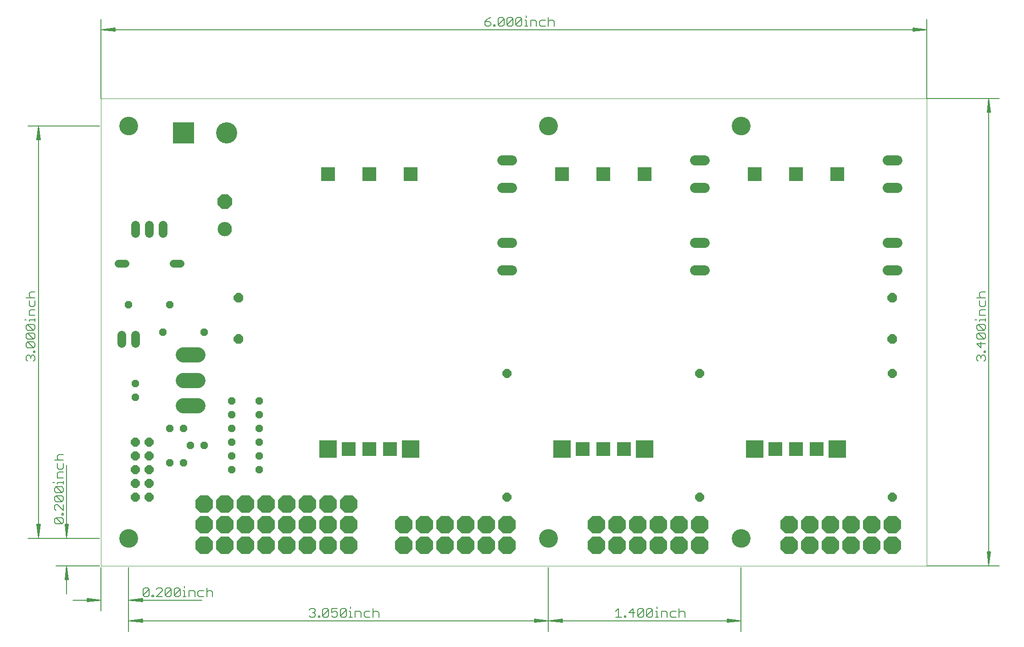
<source format=gts>
G75*
%MOIN*%
%OFA0B0*%
%FSLAX25Y25*%
%IPPOS*%
%LPD*%
%AMOC8*
5,1,8,0,0,1.08239X$1,22.5*
%
%ADD10C,0.00000*%
%ADD11C,0.00512*%
%ADD12C,0.00600*%
%ADD13C,0.10400*%
%ADD14OC8,0.10400*%
%ADD15C,0.07450*%
%ADD16C,0.13400*%
%ADD17OC8,0.05600*%
%ADD18C,0.11050*%
%ADD19C,0.06400*%
%ADD20C,0.05600*%
%ADD21R,0.09849X0.09849*%
%ADD22R,0.13061X0.13061*%
%ADD23OC8,0.07000*%
%ADD24OC8,0.06400*%
%ADD25OC8,0.12900*%
%ADD26R,0.15400X0.15400*%
%ADD27C,0.15400*%
D10*
X0240000Y0265000D02*
X0240000Y0605000D01*
X0840000Y0605000D01*
X0840000Y0265000D01*
X0240000Y0265000D01*
X0253500Y0285000D02*
X0253502Y0285161D01*
X0253508Y0285321D01*
X0253518Y0285482D01*
X0253532Y0285642D01*
X0253550Y0285802D01*
X0253571Y0285961D01*
X0253597Y0286120D01*
X0253627Y0286278D01*
X0253660Y0286435D01*
X0253698Y0286592D01*
X0253739Y0286747D01*
X0253784Y0286901D01*
X0253833Y0287054D01*
X0253886Y0287206D01*
X0253942Y0287357D01*
X0254003Y0287506D01*
X0254066Y0287654D01*
X0254134Y0287800D01*
X0254205Y0287944D01*
X0254279Y0288086D01*
X0254357Y0288227D01*
X0254439Y0288365D01*
X0254524Y0288502D01*
X0254612Y0288636D01*
X0254704Y0288768D01*
X0254799Y0288898D01*
X0254897Y0289026D01*
X0254998Y0289151D01*
X0255102Y0289273D01*
X0255209Y0289393D01*
X0255319Y0289510D01*
X0255432Y0289625D01*
X0255548Y0289736D01*
X0255667Y0289845D01*
X0255788Y0289950D01*
X0255912Y0290053D01*
X0256038Y0290153D01*
X0256166Y0290249D01*
X0256297Y0290342D01*
X0256431Y0290432D01*
X0256566Y0290519D01*
X0256704Y0290602D01*
X0256843Y0290682D01*
X0256985Y0290758D01*
X0257128Y0290831D01*
X0257273Y0290900D01*
X0257420Y0290966D01*
X0257568Y0291028D01*
X0257718Y0291086D01*
X0257869Y0291141D01*
X0258022Y0291192D01*
X0258176Y0291239D01*
X0258331Y0291282D01*
X0258487Y0291321D01*
X0258643Y0291357D01*
X0258801Y0291388D01*
X0258959Y0291416D01*
X0259118Y0291440D01*
X0259278Y0291460D01*
X0259438Y0291476D01*
X0259598Y0291488D01*
X0259759Y0291496D01*
X0259920Y0291500D01*
X0260080Y0291500D01*
X0260241Y0291496D01*
X0260402Y0291488D01*
X0260562Y0291476D01*
X0260722Y0291460D01*
X0260882Y0291440D01*
X0261041Y0291416D01*
X0261199Y0291388D01*
X0261357Y0291357D01*
X0261513Y0291321D01*
X0261669Y0291282D01*
X0261824Y0291239D01*
X0261978Y0291192D01*
X0262131Y0291141D01*
X0262282Y0291086D01*
X0262432Y0291028D01*
X0262580Y0290966D01*
X0262727Y0290900D01*
X0262872Y0290831D01*
X0263015Y0290758D01*
X0263157Y0290682D01*
X0263296Y0290602D01*
X0263434Y0290519D01*
X0263569Y0290432D01*
X0263703Y0290342D01*
X0263834Y0290249D01*
X0263962Y0290153D01*
X0264088Y0290053D01*
X0264212Y0289950D01*
X0264333Y0289845D01*
X0264452Y0289736D01*
X0264568Y0289625D01*
X0264681Y0289510D01*
X0264791Y0289393D01*
X0264898Y0289273D01*
X0265002Y0289151D01*
X0265103Y0289026D01*
X0265201Y0288898D01*
X0265296Y0288768D01*
X0265388Y0288636D01*
X0265476Y0288502D01*
X0265561Y0288365D01*
X0265643Y0288227D01*
X0265721Y0288086D01*
X0265795Y0287944D01*
X0265866Y0287800D01*
X0265934Y0287654D01*
X0265997Y0287506D01*
X0266058Y0287357D01*
X0266114Y0287206D01*
X0266167Y0287054D01*
X0266216Y0286901D01*
X0266261Y0286747D01*
X0266302Y0286592D01*
X0266340Y0286435D01*
X0266373Y0286278D01*
X0266403Y0286120D01*
X0266429Y0285961D01*
X0266450Y0285802D01*
X0266468Y0285642D01*
X0266482Y0285482D01*
X0266492Y0285321D01*
X0266498Y0285161D01*
X0266500Y0285000D01*
X0266498Y0284839D01*
X0266492Y0284679D01*
X0266482Y0284518D01*
X0266468Y0284358D01*
X0266450Y0284198D01*
X0266429Y0284039D01*
X0266403Y0283880D01*
X0266373Y0283722D01*
X0266340Y0283565D01*
X0266302Y0283408D01*
X0266261Y0283253D01*
X0266216Y0283099D01*
X0266167Y0282946D01*
X0266114Y0282794D01*
X0266058Y0282643D01*
X0265997Y0282494D01*
X0265934Y0282346D01*
X0265866Y0282200D01*
X0265795Y0282056D01*
X0265721Y0281914D01*
X0265643Y0281773D01*
X0265561Y0281635D01*
X0265476Y0281498D01*
X0265388Y0281364D01*
X0265296Y0281232D01*
X0265201Y0281102D01*
X0265103Y0280974D01*
X0265002Y0280849D01*
X0264898Y0280727D01*
X0264791Y0280607D01*
X0264681Y0280490D01*
X0264568Y0280375D01*
X0264452Y0280264D01*
X0264333Y0280155D01*
X0264212Y0280050D01*
X0264088Y0279947D01*
X0263962Y0279847D01*
X0263834Y0279751D01*
X0263703Y0279658D01*
X0263569Y0279568D01*
X0263434Y0279481D01*
X0263296Y0279398D01*
X0263157Y0279318D01*
X0263015Y0279242D01*
X0262872Y0279169D01*
X0262727Y0279100D01*
X0262580Y0279034D01*
X0262432Y0278972D01*
X0262282Y0278914D01*
X0262131Y0278859D01*
X0261978Y0278808D01*
X0261824Y0278761D01*
X0261669Y0278718D01*
X0261513Y0278679D01*
X0261357Y0278643D01*
X0261199Y0278612D01*
X0261041Y0278584D01*
X0260882Y0278560D01*
X0260722Y0278540D01*
X0260562Y0278524D01*
X0260402Y0278512D01*
X0260241Y0278504D01*
X0260080Y0278500D01*
X0259920Y0278500D01*
X0259759Y0278504D01*
X0259598Y0278512D01*
X0259438Y0278524D01*
X0259278Y0278540D01*
X0259118Y0278560D01*
X0258959Y0278584D01*
X0258801Y0278612D01*
X0258643Y0278643D01*
X0258487Y0278679D01*
X0258331Y0278718D01*
X0258176Y0278761D01*
X0258022Y0278808D01*
X0257869Y0278859D01*
X0257718Y0278914D01*
X0257568Y0278972D01*
X0257420Y0279034D01*
X0257273Y0279100D01*
X0257128Y0279169D01*
X0256985Y0279242D01*
X0256843Y0279318D01*
X0256704Y0279398D01*
X0256566Y0279481D01*
X0256431Y0279568D01*
X0256297Y0279658D01*
X0256166Y0279751D01*
X0256038Y0279847D01*
X0255912Y0279947D01*
X0255788Y0280050D01*
X0255667Y0280155D01*
X0255548Y0280264D01*
X0255432Y0280375D01*
X0255319Y0280490D01*
X0255209Y0280607D01*
X0255102Y0280727D01*
X0254998Y0280849D01*
X0254897Y0280974D01*
X0254799Y0281102D01*
X0254704Y0281232D01*
X0254612Y0281364D01*
X0254524Y0281498D01*
X0254439Y0281635D01*
X0254357Y0281773D01*
X0254279Y0281914D01*
X0254205Y0282056D01*
X0254134Y0282200D01*
X0254066Y0282346D01*
X0254003Y0282494D01*
X0253942Y0282643D01*
X0253886Y0282794D01*
X0253833Y0282946D01*
X0253784Y0283099D01*
X0253739Y0283253D01*
X0253698Y0283408D01*
X0253660Y0283565D01*
X0253627Y0283722D01*
X0253597Y0283880D01*
X0253571Y0284039D01*
X0253550Y0284198D01*
X0253532Y0284358D01*
X0253518Y0284518D01*
X0253508Y0284679D01*
X0253502Y0284839D01*
X0253500Y0285000D01*
X0558500Y0285000D02*
X0558502Y0285161D01*
X0558508Y0285321D01*
X0558518Y0285482D01*
X0558532Y0285642D01*
X0558550Y0285802D01*
X0558571Y0285961D01*
X0558597Y0286120D01*
X0558627Y0286278D01*
X0558660Y0286435D01*
X0558698Y0286592D01*
X0558739Y0286747D01*
X0558784Y0286901D01*
X0558833Y0287054D01*
X0558886Y0287206D01*
X0558942Y0287357D01*
X0559003Y0287506D01*
X0559066Y0287654D01*
X0559134Y0287800D01*
X0559205Y0287944D01*
X0559279Y0288086D01*
X0559357Y0288227D01*
X0559439Y0288365D01*
X0559524Y0288502D01*
X0559612Y0288636D01*
X0559704Y0288768D01*
X0559799Y0288898D01*
X0559897Y0289026D01*
X0559998Y0289151D01*
X0560102Y0289273D01*
X0560209Y0289393D01*
X0560319Y0289510D01*
X0560432Y0289625D01*
X0560548Y0289736D01*
X0560667Y0289845D01*
X0560788Y0289950D01*
X0560912Y0290053D01*
X0561038Y0290153D01*
X0561166Y0290249D01*
X0561297Y0290342D01*
X0561431Y0290432D01*
X0561566Y0290519D01*
X0561704Y0290602D01*
X0561843Y0290682D01*
X0561985Y0290758D01*
X0562128Y0290831D01*
X0562273Y0290900D01*
X0562420Y0290966D01*
X0562568Y0291028D01*
X0562718Y0291086D01*
X0562869Y0291141D01*
X0563022Y0291192D01*
X0563176Y0291239D01*
X0563331Y0291282D01*
X0563487Y0291321D01*
X0563643Y0291357D01*
X0563801Y0291388D01*
X0563959Y0291416D01*
X0564118Y0291440D01*
X0564278Y0291460D01*
X0564438Y0291476D01*
X0564598Y0291488D01*
X0564759Y0291496D01*
X0564920Y0291500D01*
X0565080Y0291500D01*
X0565241Y0291496D01*
X0565402Y0291488D01*
X0565562Y0291476D01*
X0565722Y0291460D01*
X0565882Y0291440D01*
X0566041Y0291416D01*
X0566199Y0291388D01*
X0566357Y0291357D01*
X0566513Y0291321D01*
X0566669Y0291282D01*
X0566824Y0291239D01*
X0566978Y0291192D01*
X0567131Y0291141D01*
X0567282Y0291086D01*
X0567432Y0291028D01*
X0567580Y0290966D01*
X0567727Y0290900D01*
X0567872Y0290831D01*
X0568015Y0290758D01*
X0568157Y0290682D01*
X0568296Y0290602D01*
X0568434Y0290519D01*
X0568569Y0290432D01*
X0568703Y0290342D01*
X0568834Y0290249D01*
X0568962Y0290153D01*
X0569088Y0290053D01*
X0569212Y0289950D01*
X0569333Y0289845D01*
X0569452Y0289736D01*
X0569568Y0289625D01*
X0569681Y0289510D01*
X0569791Y0289393D01*
X0569898Y0289273D01*
X0570002Y0289151D01*
X0570103Y0289026D01*
X0570201Y0288898D01*
X0570296Y0288768D01*
X0570388Y0288636D01*
X0570476Y0288502D01*
X0570561Y0288365D01*
X0570643Y0288227D01*
X0570721Y0288086D01*
X0570795Y0287944D01*
X0570866Y0287800D01*
X0570934Y0287654D01*
X0570997Y0287506D01*
X0571058Y0287357D01*
X0571114Y0287206D01*
X0571167Y0287054D01*
X0571216Y0286901D01*
X0571261Y0286747D01*
X0571302Y0286592D01*
X0571340Y0286435D01*
X0571373Y0286278D01*
X0571403Y0286120D01*
X0571429Y0285961D01*
X0571450Y0285802D01*
X0571468Y0285642D01*
X0571482Y0285482D01*
X0571492Y0285321D01*
X0571498Y0285161D01*
X0571500Y0285000D01*
X0571498Y0284839D01*
X0571492Y0284679D01*
X0571482Y0284518D01*
X0571468Y0284358D01*
X0571450Y0284198D01*
X0571429Y0284039D01*
X0571403Y0283880D01*
X0571373Y0283722D01*
X0571340Y0283565D01*
X0571302Y0283408D01*
X0571261Y0283253D01*
X0571216Y0283099D01*
X0571167Y0282946D01*
X0571114Y0282794D01*
X0571058Y0282643D01*
X0570997Y0282494D01*
X0570934Y0282346D01*
X0570866Y0282200D01*
X0570795Y0282056D01*
X0570721Y0281914D01*
X0570643Y0281773D01*
X0570561Y0281635D01*
X0570476Y0281498D01*
X0570388Y0281364D01*
X0570296Y0281232D01*
X0570201Y0281102D01*
X0570103Y0280974D01*
X0570002Y0280849D01*
X0569898Y0280727D01*
X0569791Y0280607D01*
X0569681Y0280490D01*
X0569568Y0280375D01*
X0569452Y0280264D01*
X0569333Y0280155D01*
X0569212Y0280050D01*
X0569088Y0279947D01*
X0568962Y0279847D01*
X0568834Y0279751D01*
X0568703Y0279658D01*
X0568569Y0279568D01*
X0568434Y0279481D01*
X0568296Y0279398D01*
X0568157Y0279318D01*
X0568015Y0279242D01*
X0567872Y0279169D01*
X0567727Y0279100D01*
X0567580Y0279034D01*
X0567432Y0278972D01*
X0567282Y0278914D01*
X0567131Y0278859D01*
X0566978Y0278808D01*
X0566824Y0278761D01*
X0566669Y0278718D01*
X0566513Y0278679D01*
X0566357Y0278643D01*
X0566199Y0278612D01*
X0566041Y0278584D01*
X0565882Y0278560D01*
X0565722Y0278540D01*
X0565562Y0278524D01*
X0565402Y0278512D01*
X0565241Y0278504D01*
X0565080Y0278500D01*
X0564920Y0278500D01*
X0564759Y0278504D01*
X0564598Y0278512D01*
X0564438Y0278524D01*
X0564278Y0278540D01*
X0564118Y0278560D01*
X0563959Y0278584D01*
X0563801Y0278612D01*
X0563643Y0278643D01*
X0563487Y0278679D01*
X0563331Y0278718D01*
X0563176Y0278761D01*
X0563022Y0278808D01*
X0562869Y0278859D01*
X0562718Y0278914D01*
X0562568Y0278972D01*
X0562420Y0279034D01*
X0562273Y0279100D01*
X0562128Y0279169D01*
X0561985Y0279242D01*
X0561843Y0279318D01*
X0561704Y0279398D01*
X0561566Y0279481D01*
X0561431Y0279568D01*
X0561297Y0279658D01*
X0561166Y0279751D01*
X0561038Y0279847D01*
X0560912Y0279947D01*
X0560788Y0280050D01*
X0560667Y0280155D01*
X0560548Y0280264D01*
X0560432Y0280375D01*
X0560319Y0280490D01*
X0560209Y0280607D01*
X0560102Y0280727D01*
X0559998Y0280849D01*
X0559897Y0280974D01*
X0559799Y0281102D01*
X0559704Y0281232D01*
X0559612Y0281364D01*
X0559524Y0281498D01*
X0559439Y0281635D01*
X0559357Y0281773D01*
X0559279Y0281914D01*
X0559205Y0282056D01*
X0559134Y0282200D01*
X0559066Y0282346D01*
X0559003Y0282494D01*
X0558942Y0282643D01*
X0558886Y0282794D01*
X0558833Y0282946D01*
X0558784Y0283099D01*
X0558739Y0283253D01*
X0558698Y0283408D01*
X0558660Y0283565D01*
X0558627Y0283722D01*
X0558597Y0283880D01*
X0558571Y0284039D01*
X0558550Y0284198D01*
X0558532Y0284358D01*
X0558518Y0284518D01*
X0558508Y0284679D01*
X0558502Y0284839D01*
X0558500Y0285000D01*
X0698500Y0285000D02*
X0698502Y0285161D01*
X0698508Y0285321D01*
X0698518Y0285482D01*
X0698532Y0285642D01*
X0698550Y0285802D01*
X0698571Y0285961D01*
X0698597Y0286120D01*
X0698627Y0286278D01*
X0698660Y0286435D01*
X0698698Y0286592D01*
X0698739Y0286747D01*
X0698784Y0286901D01*
X0698833Y0287054D01*
X0698886Y0287206D01*
X0698942Y0287357D01*
X0699003Y0287506D01*
X0699066Y0287654D01*
X0699134Y0287800D01*
X0699205Y0287944D01*
X0699279Y0288086D01*
X0699357Y0288227D01*
X0699439Y0288365D01*
X0699524Y0288502D01*
X0699612Y0288636D01*
X0699704Y0288768D01*
X0699799Y0288898D01*
X0699897Y0289026D01*
X0699998Y0289151D01*
X0700102Y0289273D01*
X0700209Y0289393D01*
X0700319Y0289510D01*
X0700432Y0289625D01*
X0700548Y0289736D01*
X0700667Y0289845D01*
X0700788Y0289950D01*
X0700912Y0290053D01*
X0701038Y0290153D01*
X0701166Y0290249D01*
X0701297Y0290342D01*
X0701431Y0290432D01*
X0701566Y0290519D01*
X0701704Y0290602D01*
X0701843Y0290682D01*
X0701985Y0290758D01*
X0702128Y0290831D01*
X0702273Y0290900D01*
X0702420Y0290966D01*
X0702568Y0291028D01*
X0702718Y0291086D01*
X0702869Y0291141D01*
X0703022Y0291192D01*
X0703176Y0291239D01*
X0703331Y0291282D01*
X0703487Y0291321D01*
X0703643Y0291357D01*
X0703801Y0291388D01*
X0703959Y0291416D01*
X0704118Y0291440D01*
X0704278Y0291460D01*
X0704438Y0291476D01*
X0704598Y0291488D01*
X0704759Y0291496D01*
X0704920Y0291500D01*
X0705080Y0291500D01*
X0705241Y0291496D01*
X0705402Y0291488D01*
X0705562Y0291476D01*
X0705722Y0291460D01*
X0705882Y0291440D01*
X0706041Y0291416D01*
X0706199Y0291388D01*
X0706357Y0291357D01*
X0706513Y0291321D01*
X0706669Y0291282D01*
X0706824Y0291239D01*
X0706978Y0291192D01*
X0707131Y0291141D01*
X0707282Y0291086D01*
X0707432Y0291028D01*
X0707580Y0290966D01*
X0707727Y0290900D01*
X0707872Y0290831D01*
X0708015Y0290758D01*
X0708157Y0290682D01*
X0708296Y0290602D01*
X0708434Y0290519D01*
X0708569Y0290432D01*
X0708703Y0290342D01*
X0708834Y0290249D01*
X0708962Y0290153D01*
X0709088Y0290053D01*
X0709212Y0289950D01*
X0709333Y0289845D01*
X0709452Y0289736D01*
X0709568Y0289625D01*
X0709681Y0289510D01*
X0709791Y0289393D01*
X0709898Y0289273D01*
X0710002Y0289151D01*
X0710103Y0289026D01*
X0710201Y0288898D01*
X0710296Y0288768D01*
X0710388Y0288636D01*
X0710476Y0288502D01*
X0710561Y0288365D01*
X0710643Y0288227D01*
X0710721Y0288086D01*
X0710795Y0287944D01*
X0710866Y0287800D01*
X0710934Y0287654D01*
X0710997Y0287506D01*
X0711058Y0287357D01*
X0711114Y0287206D01*
X0711167Y0287054D01*
X0711216Y0286901D01*
X0711261Y0286747D01*
X0711302Y0286592D01*
X0711340Y0286435D01*
X0711373Y0286278D01*
X0711403Y0286120D01*
X0711429Y0285961D01*
X0711450Y0285802D01*
X0711468Y0285642D01*
X0711482Y0285482D01*
X0711492Y0285321D01*
X0711498Y0285161D01*
X0711500Y0285000D01*
X0711498Y0284839D01*
X0711492Y0284679D01*
X0711482Y0284518D01*
X0711468Y0284358D01*
X0711450Y0284198D01*
X0711429Y0284039D01*
X0711403Y0283880D01*
X0711373Y0283722D01*
X0711340Y0283565D01*
X0711302Y0283408D01*
X0711261Y0283253D01*
X0711216Y0283099D01*
X0711167Y0282946D01*
X0711114Y0282794D01*
X0711058Y0282643D01*
X0710997Y0282494D01*
X0710934Y0282346D01*
X0710866Y0282200D01*
X0710795Y0282056D01*
X0710721Y0281914D01*
X0710643Y0281773D01*
X0710561Y0281635D01*
X0710476Y0281498D01*
X0710388Y0281364D01*
X0710296Y0281232D01*
X0710201Y0281102D01*
X0710103Y0280974D01*
X0710002Y0280849D01*
X0709898Y0280727D01*
X0709791Y0280607D01*
X0709681Y0280490D01*
X0709568Y0280375D01*
X0709452Y0280264D01*
X0709333Y0280155D01*
X0709212Y0280050D01*
X0709088Y0279947D01*
X0708962Y0279847D01*
X0708834Y0279751D01*
X0708703Y0279658D01*
X0708569Y0279568D01*
X0708434Y0279481D01*
X0708296Y0279398D01*
X0708157Y0279318D01*
X0708015Y0279242D01*
X0707872Y0279169D01*
X0707727Y0279100D01*
X0707580Y0279034D01*
X0707432Y0278972D01*
X0707282Y0278914D01*
X0707131Y0278859D01*
X0706978Y0278808D01*
X0706824Y0278761D01*
X0706669Y0278718D01*
X0706513Y0278679D01*
X0706357Y0278643D01*
X0706199Y0278612D01*
X0706041Y0278584D01*
X0705882Y0278560D01*
X0705722Y0278540D01*
X0705562Y0278524D01*
X0705402Y0278512D01*
X0705241Y0278504D01*
X0705080Y0278500D01*
X0704920Y0278500D01*
X0704759Y0278504D01*
X0704598Y0278512D01*
X0704438Y0278524D01*
X0704278Y0278540D01*
X0704118Y0278560D01*
X0703959Y0278584D01*
X0703801Y0278612D01*
X0703643Y0278643D01*
X0703487Y0278679D01*
X0703331Y0278718D01*
X0703176Y0278761D01*
X0703022Y0278808D01*
X0702869Y0278859D01*
X0702718Y0278914D01*
X0702568Y0278972D01*
X0702420Y0279034D01*
X0702273Y0279100D01*
X0702128Y0279169D01*
X0701985Y0279242D01*
X0701843Y0279318D01*
X0701704Y0279398D01*
X0701566Y0279481D01*
X0701431Y0279568D01*
X0701297Y0279658D01*
X0701166Y0279751D01*
X0701038Y0279847D01*
X0700912Y0279947D01*
X0700788Y0280050D01*
X0700667Y0280155D01*
X0700548Y0280264D01*
X0700432Y0280375D01*
X0700319Y0280490D01*
X0700209Y0280607D01*
X0700102Y0280727D01*
X0699998Y0280849D01*
X0699897Y0280974D01*
X0699799Y0281102D01*
X0699704Y0281232D01*
X0699612Y0281364D01*
X0699524Y0281498D01*
X0699439Y0281635D01*
X0699357Y0281773D01*
X0699279Y0281914D01*
X0699205Y0282056D01*
X0699134Y0282200D01*
X0699066Y0282346D01*
X0699003Y0282494D01*
X0698942Y0282643D01*
X0698886Y0282794D01*
X0698833Y0282946D01*
X0698784Y0283099D01*
X0698739Y0283253D01*
X0698698Y0283408D01*
X0698660Y0283565D01*
X0698627Y0283722D01*
X0698597Y0283880D01*
X0698571Y0284039D01*
X0698550Y0284198D01*
X0698532Y0284358D01*
X0698518Y0284518D01*
X0698508Y0284679D01*
X0698502Y0284839D01*
X0698500Y0285000D01*
X0698500Y0585000D02*
X0698502Y0585161D01*
X0698508Y0585321D01*
X0698518Y0585482D01*
X0698532Y0585642D01*
X0698550Y0585802D01*
X0698571Y0585961D01*
X0698597Y0586120D01*
X0698627Y0586278D01*
X0698660Y0586435D01*
X0698698Y0586592D01*
X0698739Y0586747D01*
X0698784Y0586901D01*
X0698833Y0587054D01*
X0698886Y0587206D01*
X0698942Y0587357D01*
X0699003Y0587506D01*
X0699066Y0587654D01*
X0699134Y0587800D01*
X0699205Y0587944D01*
X0699279Y0588086D01*
X0699357Y0588227D01*
X0699439Y0588365D01*
X0699524Y0588502D01*
X0699612Y0588636D01*
X0699704Y0588768D01*
X0699799Y0588898D01*
X0699897Y0589026D01*
X0699998Y0589151D01*
X0700102Y0589273D01*
X0700209Y0589393D01*
X0700319Y0589510D01*
X0700432Y0589625D01*
X0700548Y0589736D01*
X0700667Y0589845D01*
X0700788Y0589950D01*
X0700912Y0590053D01*
X0701038Y0590153D01*
X0701166Y0590249D01*
X0701297Y0590342D01*
X0701431Y0590432D01*
X0701566Y0590519D01*
X0701704Y0590602D01*
X0701843Y0590682D01*
X0701985Y0590758D01*
X0702128Y0590831D01*
X0702273Y0590900D01*
X0702420Y0590966D01*
X0702568Y0591028D01*
X0702718Y0591086D01*
X0702869Y0591141D01*
X0703022Y0591192D01*
X0703176Y0591239D01*
X0703331Y0591282D01*
X0703487Y0591321D01*
X0703643Y0591357D01*
X0703801Y0591388D01*
X0703959Y0591416D01*
X0704118Y0591440D01*
X0704278Y0591460D01*
X0704438Y0591476D01*
X0704598Y0591488D01*
X0704759Y0591496D01*
X0704920Y0591500D01*
X0705080Y0591500D01*
X0705241Y0591496D01*
X0705402Y0591488D01*
X0705562Y0591476D01*
X0705722Y0591460D01*
X0705882Y0591440D01*
X0706041Y0591416D01*
X0706199Y0591388D01*
X0706357Y0591357D01*
X0706513Y0591321D01*
X0706669Y0591282D01*
X0706824Y0591239D01*
X0706978Y0591192D01*
X0707131Y0591141D01*
X0707282Y0591086D01*
X0707432Y0591028D01*
X0707580Y0590966D01*
X0707727Y0590900D01*
X0707872Y0590831D01*
X0708015Y0590758D01*
X0708157Y0590682D01*
X0708296Y0590602D01*
X0708434Y0590519D01*
X0708569Y0590432D01*
X0708703Y0590342D01*
X0708834Y0590249D01*
X0708962Y0590153D01*
X0709088Y0590053D01*
X0709212Y0589950D01*
X0709333Y0589845D01*
X0709452Y0589736D01*
X0709568Y0589625D01*
X0709681Y0589510D01*
X0709791Y0589393D01*
X0709898Y0589273D01*
X0710002Y0589151D01*
X0710103Y0589026D01*
X0710201Y0588898D01*
X0710296Y0588768D01*
X0710388Y0588636D01*
X0710476Y0588502D01*
X0710561Y0588365D01*
X0710643Y0588227D01*
X0710721Y0588086D01*
X0710795Y0587944D01*
X0710866Y0587800D01*
X0710934Y0587654D01*
X0710997Y0587506D01*
X0711058Y0587357D01*
X0711114Y0587206D01*
X0711167Y0587054D01*
X0711216Y0586901D01*
X0711261Y0586747D01*
X0711302Y0586592D01*
X0711340Y0586435D01*
X0711373Y0586278D01*
X0711403Y0586120D01*
X0711429Y0585961D01*
X0711450Y0585802D01*
X0711468Y0585642D01*
X0711482Y0585482D01*
X0711492Y0585321D01*
X0711498Y0585161D01*
X0711500Y0585000D01*
X0711498Y0584839D01*
X0711492Y0584679D01*
X0711482Y0584518D01*
X0711468Y0584358D01*
X0711450Y0584198D01*
X0711429Y0584039D01*
X0711403Y0583880D01*
X0711373Y0583722D01*
X0711340Y0583565D01*
X0711302Y0583408D01*
X0711261Y0583253D01*
X0711216Y0583099D01*
X0711167Y0582946D01*
X0711114Y0582794D01*
X0711058Y0582643D01*
X0710997Y0582494D01*
X0710934Y0582346D01*
X0710866Y0582200D01*
X0710795Y0582056D01*
X0710721Y0581914D01*
X0710643Y0581773D01*
X0710561Y0581635D01*
X0710476Y0581498D01*
X0710388Y0581364D01*
X0710296Y0581232D01*
X0710201Y0581102D01*
X0710103Y0580974D01*
X0710002Y0580849D01*
X0709898Y0580727D01*
X0709791Y0580607D01*
X0709681Y0580490D01*
X0709568Y0580375D01*
X0709452Y0580264D01*
X0709333Y0580155D01*
X0709212Y0580050D01*
X0709088Y0579947D01*
X0708962Y0579847D01*
X0708834Y0579751D01*
X0708703Y0579658D01*
X0708569Y0579568D01*
X0708434Y0579481D01*
X0708296Y0579398D01*
X0708157Y0579318D01*
X0708015Y0579242D01*
X0707872Y0579169D01*
X0707727Y0579100D01*
X0707580Y0579034D01*
X0707432Y0578972D01*
X0707282Y0578914D01*
X0707131Y0578859D01*
X0706978Y0578808D01*
X0706824Y0578761D01*
X0706669Y0578718D01*
X0706513Y0578679D01*
X0706357Y0578643D01*
X0706199Y0578612D01*
X0706041Y0578584D01*
X0705882Y0578560D01*
X0705722Y0578540D01*
X0705562Y0578524D01*
X0705402Y0578512D01*
X0705241Y0578504D01*
X0705080Y0578500D01*
X0704920Y0578500D01*
X0704759Y0578504D01*
X0704598Y0578512D01*
X0704438Y0578524D01*
X0704278Y0578540D01*
X0704118Y0578560D01*
X0703959Y0578584D01*
X0703801Y0578612D01*
X0703643Y0578643D01*
X0703487Y0578679D01*
X0703331Y0578718D01*
X0703176Y0578761D01*
X0703022Y0578808D01*
X0702869Y0578859D01*
X0702718Y0578914D01*
X0702568Y0578972D01*
X0702420Y0579034D01*
X0702273Y0579100D01*
X0702128Y0579169D01*
X0701985Y0579242D01*
X0701843Y0579318D01*
X0701704Y0579398D01*
X0701566Y0579481D01*
X0701431Y0579568D01*
X0701297Y0579658D01*
X0701166Y0579751D01*
X0701038Y0579847D01*
X0700912Y0579947D01*
X0700788Y0580050D01*
X0700667Y0580155D01*
X0700548Y0580264D01*
X0700432Y0580375D01*
X0700319Y0580490D01*
X0700209Y0580607D01*
X0700102Y0580727D01*
X0699998Y0580849D01*
X0699897Y0580974D01*
X0699799Y0581102D01*
X0699704Y0581232D01*
X0699612Y0581364D01*
X0699524Y0581498D01*
X0699439Y0581635D01*
X0699357Y0581773D01*
X0699279Y0581914D01*
X0699205Y0582056D01*
X0699134Y0582200D01*
X0699066Y0582346D01*
X0699003Y0582494D01*
X0698942Y0582643D01*
X0698886Y0582794D01*
X0698833Y0582946D01*
X0698784Y0583099D01*
X0698739Y0583253D01*
X0698698Y0583408D01*
X0698660Y0583565D01*
X0698627Y0583722D01*
X0698597Y0583880D01*
X0698571Y0584039D01*
X0698550Y0584198D01*
X0698532Y0584358D01*
X0698518Y0584518D01*
X0698508Y0584679D01*
X0698502Y0584839D01*
X0698500Y0585000D01*
X0558500Y0585000D02*
X0558502Y0585161D01*
X0558508Y0585321D01*
X0558518Y0585482D01*
X0558532Y0585642D01*
X0558550Y0585802D01*
X0558571Y0585961D01*
X0558597Y0586120D01*
X0558627Y0586278D01*
X0558660Y0586435D01*
X0558698Y0586592D01*
X0558739Y0586747D01*
X0558784Y0586901D01*
X0558833Y0587054D01*
X0558886Y0587206D01*
X0558942Y0587357D01*
X0559003Y0587506D01*
X0559066Y0587654D01*
X0559134Y0587800D01*
X0559205Y0587944D01*
X0559279Y0588086D01*
X0559357Y0588227D01*
X0559439Y0588365D01*
X0559524Y0588502D01*
X0559612Y0588636D01*
X0559704Y0588768D01*
X0559799Y0588898D01*
X0559897Y0589026D01*
X0559998Y0589151D01*
X0560102Y0589273D01*
X0560209Y0589393D01*
X0560319Y0589510D01*
X0560432Y0589625D01*
X0560548Y0589736D01*
X0560667Y0589845D01*
X0560788Y0589950D01*
X0560912Y0590053D01*
X0561038Y0590153D01*
X0561166Y0590249D01*
X0561297Y0590342D01*
X0561431Y0590432D01*
X0561566Y0590519D01*
X0561704Y0590602D01*
X0561843Y0590682D01*
X0561985Y0590758D01*
X0562128Y0590831D01*
X0562273Y0590900D01*
X0562420Y0590966D01*
X0562568Y0591028D01*
X0562718Y0591086D01*
X0562869Y0591141D01*
X0563022Y0591192D01*
X0563176Y0591239D01*
X0563331Y0591282D01*
X0563487Y0591321D01*
X0563643Y0591357D01*
X0563801Y0591388D01*
X0563959Y0591416D01*
X0564118Y0591440D01*
X0564278Y0591460D01*
X0564438Y0591476D01*
X0564598Y0591488D01*
X0564759Y0591496D01*
X0564920Y0591500D01*
X0565080Y0591500D01*
X0565241Y0591496D01*
X0565402Y0591488D01*
X0565562Y0591476D01*
X0565722Y0591460D01*
X0565882Y0591440D01*
X0566041Y0591416D01*
X0566199Y0591388D01*
X0566357Y0591357D01*
X0566513Y0591321D01*
X0566669Y0591282D01*
X0566824Y0591239D01*
X0566978Y0591192D01*
X0567131Y0591141D01*
X0567282Y0591086D01*
X0567432Y0591028D01*
X0567580Y0590966D01*
X0567727Y0590900D01*
X0567872Y0590831D01*
X0568015Y0590758D01*
X0568157Y0590682D01*
X0568296Y0590602D01*
X0568434Y0590519D01*
X0568569Y0590432D01*
X0568703Y0590342D01*
X0568834Y0590249D01*
X0568962Y0590153D01*
X0569088Y0590053D01*
X0569212Y0589950D01*
X0569333Y0589845D01*
X0569452Y0589736D01*
X0569568Y0589625D01*
X0569681Y0589510D01*
X0569791Y0589393D01*
X0569898Y0589273D01*
X0570002Y0589151D01*
X0570103Y0589026D01*
X0570201Y0588898D01*
X0570296Y0588768D01*
X0570388Y0588636D01*
X0570476Y0588502D01*
X0570561Y0588365D01*
X0570643Y0588227D01*
X0570721Y0588086D01*
X0570795Y0587944D01*
X0570866Y0587800D01*
X0570934Y0587654D01*
X0570997Y0587506D01*
X0571058Y0587357D01*
X0571114Y0587206D01*
X0571167Y0587054D01*
X0571216Y0586901D01*
X0571261Y0586747D01*
X0571302Y0586592D01*
X0571340Y0586435D01*
X0571373Y0586278D01*
X0571403Y0586120D01*
X0571429Y0585961D01*
X0571450Y0585802D01*
X0571468Y0585642D01*
X0571482Y0585482D01*
X0571492Y0585321D01*
X0571498Y0585161D01*
X0571500Y0585000D01*
X0571498Y0584839D01*
X0571492Y0584679D01*
X0571482Y0584518D01*
X0571468Y0584358D01*
X0571450Y0584198D01*
X0571429Y0584039D01*
X0571403Y0583880D01*
X0571373Y0583722D01*
X0571340Y0583565D01*
X0571302Y0583408D01*
X0571261Y0583253D01*
X0571216Y0583099D01*
X0571167Y0582946D01*
X0571114Y0582794D01*
X0571058Y0582643D01*
X0570997Y0582494D01*
X0570934Y0582346D01*
X0570866Y0582200D01*
X0570795Y0582056D01*
X0570721Y0581914D01*
X0570643Y0581773D01*
X0570561Y0581635D01*
X0570476Y0581498D01*
X0570388Y0581364D01*
X0570296Y0581232D01*
X0570201Y0581102D01*
X0570103Y0580974D01*
X0570002Y0580849D01*
X0569898Y0580727D01*
X0569791Y0580607D01*
X0569681Y0580490D01*
X0569568Y0580375D01*
X0569452Y0580264D01*
X0569333Y0580155D01*
X0569212Y0580050D01*
X0569088Y0579947D01*
X0568962Y0579847D01*
X0568834Y0579751D01*
X0568703Y0579658D01*
X0568569Y0579568D01*
X0568434Y0579481D01*
X0568296Y0579398D01*
X0568157Y0579318D01*
X0568015Y0579242D01*
X0567872Y0579169D01*
X0567727Y0579100D01*
X0567580Y0579034D01*
X0567432Y0578972D01*
X0567282Y0578914D01*
X0567131Y0578859D01*
X0566978Y0578808D01*
X0566824Y0578761D01*
X0566669Y0578718D01*
X0566513Y0578679D01*
X0566357Y0578643D01*
X0566199Y0578612D01*
X0566041Y0578584D01*
X0565882Y0578560D01*
X0565722Y0578540D01*
X0565562Y0578524D01*
X0565402Y0578512D01*
X0565241Y0578504D01*
X0565080Y0578500D01*
X0564920Y0578500D01*
X0564759Y0578504D01*
X0564598Y0578512D01*
X0564438Y0578524D01*
X0564278Y0578540D01*
X0564118Y0578560D01*
X0563959Y0578584D01*
X0563801Y0578612D01*
X0563643Y0578643D01*
X0563487Y0578679D01*
X0563331Y0578718D01*
X0563176Y0578761D01*
X0563022Y0578808D01*
X0562869Y0578859D01*
X0562718Y0578914D01*
X0562568Y0578972D01*
X0562420Y0579034D01*
X0562273Y0579100D01*
X0562128Y0579169D01*
X0561985Y0579242D01*
X0561843Y0579318D01*
X0561704Y0579398D01*
X0561566Y0579481D01*
X0561431Y0579568D01*
X0561297Y0579658D01*
X0561166Y0579751D01*
X0561038Y0579847D01*
X0560912Y0579947D01*
X0560788Y0580050D01*
X0560667Y0580155D01*
X0560548Y0580264D01*
X0560432Y0580375D01*
X0560319Y0580490D01*
X0560209Y0580607D01*
X0560102Y0580727D01*
X0559998Y0580849D01*
X0559897Y0580974D01*
X0559799Y0581102D01*
X0559704Y0581232D01*
X0559612Y0581364D01*
X0559524Y0581498D01*
X0559439Y0581635D01*
X0559357Y0581773D01*
X0559279Y0581914D01*
X0559205Y0582056D01*
X0559134Y0582200D01*
X0559066Y0582346D01*
X0559003Y0582494D01*
X0558942Y0582643D01*
X0558886Y0582794D01*
X0558833Y0582946D01*
X0558784Y0583099D01*
X0558739Y0583253D01*
X0558698Y0583408D01*
X0558660Y0583565D01*
X0558627Y0583722D01*
X0558597Y0583880D01*
X0558571Y0584039D01*
X0558550Y0584198D01*
X0558532Y0584358D01*
X0558518Y0584518D01*
X0558508Y0584679D01*
X0558502Y0584839D01*
X0558500Y0585000D01*
X0253500Y0585000D02*
X0253502Y0585161D01*
X0253508Y0585321D01*
X0253518Y0585482D01*
X0253532Y0585642D01*
X0253550Y0585802D01*
X0253571Y0585961D01*
X0253597Y0586120D01*
X0253627Y0586278D01*
X0253660Y0586435D01*
X0253698Y0586592D01*
X0253739Y0586747D01*
X0253784Y0586901D01*
X0253833Y0587054D01*
X0253886Y0587206D01*
X0253942Y0587357D01*
X0254003Y0587506D01*
X0254066Y0587654D01*
X0254134Y0587800D01*
X0254205Y0587944D01*
X0254279Y0588086D01*
X0254357Y0588227D01*
X0254439Y0588365D01*
X0254524Y0588502D01*
X0254612Y0588636D01*
X0254704Y0588768D01*
X0254799Y0588898D01*
X0254897Y0589026D01*
X0254998Y0589151D01*
X0255102Y0589273D01*
X0255209Y0589393D01*
X0255319Y0589510D01*
X0255432Y0589625D01*
X0255548Y0589736D01*
X0255667Y0589845D01*
X0255788Y0589950D01*
X0255912Y0590053D01*
X0256038Y0590153D01*
X0256166Y0590249D01*
X0256297Y0590342D01*
X0256431Y0590432D01*
X0256566Y0590519D01*
X0256704Y0590602D01*
X0256843Y0590682D01*
X0256985Y0590758D01*
X0257128Y0590831D01*
X0257273Y0590900D01*
X0257420Y0590966D01*
X0257568Y0591028D01*
X0257718Y0591086D01*
X0257869Y0591141D01*
X0258022Y0591192D01*
X0258176Y0591239D01*
X0258331Y0591282D01*
X0258487Y0591321D01*
X0258643Y0591357D01*
X0258801Y0591388D01*
X0258959Y0591416D01*
X0259118Y0591440D01*
X0259278Y0591460D01*
X0259438Y0591476D01*
X0259598Y0591488D01*
X0259759Y0591496D01*
X0259920Y0591500D01*
X0260080Y0591500D01*
X0260241Y0591496D01*
X0260402Y0591488D01*
X0260562Y0591476D01*
X0260722Y0591460D01*
X0260882Y0591440D01*
X0261041Y0591416D01*
X0261199Y0591388D01*
X0261357Y0591357D01*
X0261513Y0591321D01*
X0261669Y0591282D01*
X0261824Y0591239D01*
X0261978Y0591192D01*
X0262131Y0591141D01*
X0262282Y0591086D01*
X0262432Y0591028D01*
X0262580Y0590966D01*
X0262727Y0590900D01*
X0262872Y0590831D01*
X0263015Y0590758D01*
X0263157Y0590682D01*
X0263296Y0590602D01*
X0263434Y0590519D01*
X0263569Y0590432D01*
X0263703Y0590342D01*
X0263834Y0590249D01*
X0263962Y0590153D01*
X0264088Y0590053D01*
X0264212Y0589950D01*
X0264333Y0589845D01*
X0264452Y0589736D01*
X0264568Y0589625D01*
X0264681Y0589510D01*
X0264791Y0589393D01*
X0264898Y0589273D01*
X0265002Y0589151D01*
X0265103Y0589026D01*
X0265201Y0588898D01*
X0265296Y0588768D01*
X0265388Y0588636D01*
X0265476Y0588502D01*
X0265561Y0588365D01*
X0265643Y0588227D01*
X0265721Y0588086D01*
X0265795Y0587944D01*
X0265866Y0587800D01*
X0265934Y0587654D01*
X0265997Y0587506D01*
X0266058Y0587357D01*
X0266114Y0587206D01*
X0266167Y0587054D01*
X0266216Y0586901D01*
X0266261Y0586747D01*
X0266302Y0586592D01*
X0266340Y0586435D01*
X0266373Y0586278D01*
X0266403Y0586120D01*
X0266429Y0585961D01*
X0266450Y0585802D01*
X0266468Y0585642D01*
X0266482Y0585482D01*
X0266492Y0585321D01*
X0266498Y0585161D01*
X0266500Y0585000D01*
X0266498Y0584839D01*
X0266492Y0584679D01*
X0266482Y0584518D01*
X0266468Y0584358D01*
X0266450Y0584198D01*
X0266429Y0584039D01*
X0266403Y0583880D01*
X0266373Y0583722D01*
X0266340Y0583565D01*
X0266302Y0583408D01*
X0266261Y0583253D01*
X0266216Y0583099D01*
X0266167Y0582946D01*
X0266114Y0582794D01*
X0266058Y0582643D01*
X0265997Y0582494D01*
X0265934Y0582346D01*
X0265866Y0582200D01*
X0265795Y0582056D01*
X0265721Y0581914D01*
X0265643Y0581773D01*
X0265561Y0581635D01*
X0265476Y0581498D01*
X0265388Y0581364D01*
X0265296Y0581232D01*
X0265201Y0581102D01*
X0265103Y0580974D01*
X0265002Y0580849D01*
X0264898Y0580727D01*
X0264791Y0580607D01*
X0264681Y0580490D01*
X0264568Y0580375D01*
X0264452Y0580264D01*
X0264333Y0580155D01*
X0264212Y0580050D01*
X0264088Y0579947D01*
X0263962Y0579847D01*
X0263834Y0579751D01*
X0263703Y0579658D01*
X0263569Y0579568D01*
X0263434Y0579481D01*
X0263296Y0579398D01*
X0263157Y0579318D01*
X0263015Y0579242D01*
X0262872Y0579169D01*
X0262727Y0579100D01*
X0262580Y0579034D01*
X0262432Y0578972D01*
X0262282Y0578914D01*
X0262131Y0578859D01*
X0261978Y0578808D01*
X0261824Y0578761D01*
X0261669Y0578718D01*
X0261513Y0578679D01*
X0261357Y0578643D01*
X0261199Y0578612D01*
X0261041Y0578584D01*
X0260882Y0578560D01*
X0260722Y0578540D01*
X0260562Y0578524D01*
X0260402Y0578512D01*
X0260241Y0578504D01*
X0260080Y0578500D01*
X0259920Y0578500D01*
X0259759Y0578504D01*
X0259598Y0578512D01*
X0259438Y0578524D01*
X0259278Y0578540D01*
X0259118Y0578560D01*
X0258959Y0578584D01*
X0258801Y0578612D01*
X0258643Y0578643D01*
X0258487Y0578679D01*
X0258331Y0578718D01*
X0258176Y0578761D01*
X0258022Y0578808D01*
X0257869Y0578859D01*
X0257718Y0578914D01*
X0257568Y0578972D01*
X0257420Y0579034D01*
X0257273Y0579100D01*
X0257128Y0579169D01*
X0256985Y0579242D01*
X0256843Y0579318D01*
X0256704Y0579398D01*
X0256566Y0579481D01*
X0256431Y0579568D01*
X0256297Y0579658D01*
X0256166Y0579751D01*
X0256038Y0579847D01*
X0255912Y0579947D01*
X0255788Y0580050D01*
X0255667Y0580155D01*
X0255548Y0580264D01*
X0255432Y0580375D01*
X0255319Y0580490D01*
X0255209Y0580607D01*
X0255102Y0580727D01*
X0254998Y0580849D01*
X0254897Y0580974D01*
X0254799Y0581102D01*
X0254704Y0581232D01*
X0254612Y0581364D01*
X0254524Y0581498D01*
X0254439Y0581635D01*
X0254357Y0581773D01*
X0254279Y0581914D01*
X0254205Y0582056D01*
X0254134Y0582200D01*
X0254066Y0582346D01*
X0254003Y0582494D01*
X0253942Y0582643D01*
X0253886Y0582794D01*
X0253833Y0582946D01*
X0253784Y0583099D01*
X0253739Y0583253D01*
X0253698Y0583408D01*
X0253660Y0583565D01*
X0253627Y0583722D01*
X0253597Y0583880D01*
X0253571Y0584039D01*
X0253550Y0584198D01*
X0253532Y0584358D01*
X0253518Y0584518D01*
X0253508Y0584679D01*
X0253502Y0584839D01*
X0253500Y0585000D01*
D11*
X0260000Y0264000D02*
X0260000Y0217323D01*
X0260256Y0225000D02*
X0270236Y0223976D01*
X0270236Y0223743D02*
X0260256Y0225000D01*
X0270236Y0226024D01*
X0270236Y0226257D02*
X0270236Y0223743D01*
X0270236Y0224488D02*
X0260256Y0225000D01*
X0270236Y0225512D01*
X0270236Y0226257D02*
X0260256Y0225000D01*
X0564744Y0225000D01*
X0554764Y0223976D01*
X0554764Y0223743D02*
X0564744Y0225000D01*
X0554764Y0226024D01*
X0554764Y0226257D02*
X0554764Y0223743D01*
X0554764Y0224488D02*
X0564744Y0225000D01*
X0554764Y0225512D01*
X0554764Y0226257D02*
X0564744Y0225000D01*
X0565256Y0225000D02*
X0575236Y0223976D01*
X0575236Y0223743D02*
X0565256Y0225000D01*
X0575236Y0226024D01*
X0575236Y0226257D02*
X0575236Y0223743D01*
X0575236Y0224488D02*
X0565256Y0225000D01*
X0575236Y0225512D01*
X0575236Y0226257D02*
X0565256Y0225000D01*
X0704744Y0225000D01*
X0694764Y0223976D01*
X0694764Y0223743D02*
X0704744Y0225000D01*
X0694764Y0226024D01*
X0694764Y0226257D02*
X0694764Y0223743D01*
X0694764Y0224488D02*
X0704744Y0225000D01*
X0694764Y0225512D01*
X0694764Y0226257D02*
X0704744Y0225000D01*
X0705000Y0217323D02*
X0705000Y0264000D01*
X0840000Y0265000D02*
X0892677Y0265000D01*
X0885000Y0265256D02*
X0886024Y0275236D01*
X0886257Y0275236D02*
X0885000Y0265256D01*
X0883976Y0275236D01*
X0883743Y0275236D02*
X0886257Y0275236D01*
X0885512Y0275236D02*
X0885000Y0265256D01*
X0884488Y0275236D01*
X0883743Y0275236D02*
X0885000Y0265256D01*
X0885000Y0604744D01*
X0886024Y0594764D01*
X0886257Y0594764D02*
X0885000Y0604744D01*
X0883976Y0594764D01*
X0883743Y0594764D02*
X0886257Y0594764D01*
X0885512Y0594764D02*
X0885000Y0604744D01*
X0884488Y0594764D01*
X0883743Y0594764D02*
X0885000Y0604744D01*
X0892677Y0605000D02*
X0840000Y0605000D01*
X0840000Y0662677D01*
X0839744Y0655000D02*
X0829764Y0653976D01*
X0829764Y0653743D02*
X0839744Y0655000D01*
X0829764Y0656024D01*
X0829764Y0656257D02*
X0829764Y0653743D01*
X0829764Y0654488D02*
X0839744Y0655000D01*
X0829764Y0655512D01*
X0829764Y0656257D02*
X0839744Y0655000D01*
X0240256Y0655000D01*
X0250236Y0653976D01*
X0250236Y0653743D02*
X0240256Y0655000D01*
X0250236Y0656024D01*
X0250236Y0656257D02*
X0250236Y0653743D01*
X0250236Y0654488D02*
X0240256Y0655000D01*
X0250236Y0655512D01*
X0250236Y0656257D02*
X0240256Y0655000D01*
X0240000Y0662677D02*
X0240000Y0605000D01*
X0239000Y0585000D02*
X0186900Y0585000D01*
X0194577Y0584744D02*
X0195601Y0574764D01*
X0195834Y0574764D02*
X0194577Y0584744D01*
X0193553Y0574764D01*
X0193320Y0574764D02*
X0195834Y0574764D01*
X0195089Y0574764D02*
X0194577Y0584744D01*
X0194065Y0574764D01*
X0193320Y0574764D02*
X0194577Y0584744D01*
X0194577Y0285256D01*
X0195601Y0295236D01*
X0195834Y0295236D02*
X0194577Y0285256D01*
X0193553Y0295236D01*
X0193320Y0295236D02*
X0195834Y0295236D01*
X0195089Y0295236D02*
X0194577Y0285256D01*
X0194065Y0295236D01*
X0193320Y0295236D02*
X0194577Y0285256D01*
X0186900Y0285000D02*
X0239000Y0285000D01*
X0207323Y0285000D01*
X0215000Y0285256D02*
X0216024Y0295236D01*
X0216257Y0295236D02*
X0215000Y0285256D01*
X0213976Y0295236D01*
X0213743Y0295236D02*
X0216257Y0295236D01*
X0215512Y0295236D02*
X0215000Y0285256D01*
X0214488Y0295236D01*
X0213743Y0295236D02*
X0215000Y0285256D01*
X0215000Y0338284D01*
X0215000Y0264744D02*
X0216024Y0254764D01*
X0216257Y0254764D02*
X0215000Y0264744D01*
X0213976Y0254764D01*
X0213743Y0254764D02*
X0216257Y0254764D01*
X0215512Y0254764D02*
X0215000Y0264744D01*
X0214488Y0254764D01*
X0213743Y0254764D02*
X0215000Y0264744D01*
X0215000Y0244528D01*
X0219528Y0240000D02*
X0239744Y0240000D01*
X0229764Y0238976D01*
X0229764Y0238743D02*
X0239744Y0240000D01*
X0229764Y0241024D01*
X0229764Y0241257D02*
X0229764Y0238743D01*
X0229764Y0239488D02*
X0239744Y0240000D01*
X0229764Y0240512D01*
X0229764Y0241257D02*
X0239744Y0240000D01*
X0240000Y0232323D02*
X0240000Y0264000D01*
X0239000Y0265000D02*
X0207323Y0265000D01*
X0260000Y0264000D02*
X0260000Y0232323D01*
X0260256Y0240000D02*
X0270236Y0238976D01*
X0270236Y0238743D02*
X0260256Y0240000D01*
X0270236Y0241024D01*
X0270236Y0241257D02*
X0270236Y0238743D01*
X0270236Y0239488D02*
X0260256Y0240000D01*
X0270236Y0240512D01*
X0270236Y0241257D02*
X0260256Y0240000D01*
X0313284Y0240000D01*
X0565000Y0217323D02*
X0565000Y0264000D01*
X0565000Y0217323D01*
D12*
X0613776Y0227562D02*
X0618046Y0227562D01*
X0615911Y0227562D02*
X0615911Y0233967D01*
X0613776Y0231832D01*
X0620221Y0228629D02*
X0621289Y0228629D01*
X0621289Y0227562D01*
X0620221Y0227562D01*
X0620221Y0228629D01*
X0623444Y0230765D02*
X0627715Y0230765D01*
X0629890Y0232900D02*
X0630957Y0233967D01*
X0633092Y0233967D01*
X0634160Y0232900D01*
X0629890Y0228629D01*
X0630957Y0227562D01*
X0633092Y0227562D01*
X0634160Y0228629D01*
X0634160Y0232900D01*
X0636335Y0232900D02*
X0637403Y0233967D01*
X0639538Y0233967D01*
X0640606Y0232900D01*
X0636335Y0228629D01*
X0637403Y0227562D01*
X0639538Y0227562D01*
X0640606Y0228629D01*
X0640606Y0232900D01*
X0642781Y0231832D02*
X0643848Y0231832D01*
X0643848Y0227562D01*
X0642781Y0227562D02*
X0644916Y0227562D01*
X0647078Y0227562D02*
X0647078Y0231832D01*
X0650280Y0231832D01*
X0651348Y0230765D01*
X0651348Y0227562D01*
X0653523Y0228629D02*
X0654591Y0227562D01*
X0657794Y0227562D01*
X0659969Y0227562D02*
X0659969Y0233967D01*
X0661036Y0231832D02*
X0663171Y0231832D01*
X0664239Y0230765D01*
X0664239Y0227562D01*
X0659969Y0230765D02*
X0661036Y0231832D01*
X0657794Y0231832D02*
X0654591Y0231832D01*
X0653523Y0230765D01*
X0653523Y0228629D01*
X0643848Y0233967D02*
X0643848Y0235035D01*
X0636335Y0232900D02*
X0636335Y0228629D01*
X0629890Y0228629D02*
X0629890Y0232900D01*
X0626647Y0233967D02*
X0623444Y0230765D01*
X0626647Y0227562D02*
X0626647Y0233967D01*
X0441739Y0230765D02*
X0441739Y0227562D01*
X0441739Y0230765D02*
X0440671Y0231832D01*
X0438536Y0231832D01*
X0437469Y0230765D01*
X0435294Y0231832D02*
X0432091Y0231832D01*
X0431023Y0230765D01*
X0431023Y0228629D01*
X0432091Y0227562D01*
X0435294Y0227562D01*
X0437469Y0227562D02*
X0437469Y0233967D01*
X0428848Y0230765D02*
X0428848Y0227562D01*
X0428848Y0230765D02*
X0427780Y0231832D01*
X0424578Y0231832D01*
X0424578Y0227562D01*
X0422416Y0227562D02*
X0420281Y0227562D01*
X0421348Y0227562D02*
X0421348Y0231832D01*
X0420281Y0231832D01*
X0421348Y0233967D02*
X0421348Y0235035D01*
X0418106Y0232900D02*
X0413835Y0228629D01*
X0414903Y0227562D01*
X0417038Y0227562D01*
X0418106Y0228629D01*
X0418106Y0232900D01*
X0417038Y0233967D01*
X0414903Y0233967D01*
X0413835Y0232900D01*
X0413835Y0228629D01*
X0411660Y0228629D02*
X0410592Y0227562D01*
X0408457Y0227562D01*
X0407390Y0228629D01*
X0407390Y0230765D02*
X0409525Y0231832D01*
X0410592Y0231832D01*
X0411660Y0230765D01*
X0411660Y0228629D01*
X0407390Y0230765D02*
X0407390Y0233967D01*
X0411660Y0233967D01*
X0405215Y0232900D02*
X0400944Y0228629D01*
X0402012Y0227562D01*
X0404147Y0227562D01*
X0405215Y0228629D01*
X0405215Y0232900D01*
X0404147Y0233967D01*
X0402012Y0233967D01*
X0400944Y0232900D01*
X0400944Y0228629D01*
X0398789Y0228629D02*
X0398789Y0227562D01*
X0397721Y0227562D01*
X0397721Y0228629D01*
X0398789Y0228629D01*
X0395546Y0228629D02*
X0394479Y0227562D01*
X0392344Y0227562D01*
X0391276Y0228629D01*
X0393411Y0230765D02*
X0394479Y0230765D01*
X0395546Y0229697D01*
X0395546Y0228629D01*
X0394479Y0230765D02*
X0395546Y0231832D01*
X0395546Y0232900D01*
X0394479Y0233967D01*
X0392344Y0233967D01*
X0391276Y0232900D01*
X0320999Y0242562D02*
X0320999Y0245765D01*
X0319932Y0246832D01*
X0317797Y0246832D01*
X0316729Y0245765D01*
X0314554Y0246832D02*
X0311351Y0246832D01*
X0310283Y0245765D01*
X0310283Y0243629D01*
X0311351Y0242562D01*
X0314554Y0242562D01*
X0316729Y0242562D02*
X0316729Y0248967D01*
X0308108Y0245765D02*
X0308108Y0242562D01*
X0308108Y0245765D02*
X0307041Y0246832D01*
X0303838Y0246832D01*
X0303838Y0242562D01*
X0301676Y0242562D02*
X0299541Y0242562D01*
X0300609Y0242562D02*
X0300609Y0246832D01*
X0299541Y0246832D01*
X0300609Y0248967D02*
X0300609Y0250035D01*
X0297366Y0247900D02*
X0296298Y0248967D01*
X0294163Y0248967D01*
X0293095Y0247900D01*
X0293095Y0243629D01*
X0297366Y0247900D01*
X0297366Y0243629D01*
X0296298Y0242562D01*
X0294163Y0242562D01*
X0293095Y0243629D01*
X0290920Y0243629D02*
X0289853Y0242562D01*
X0287718Y0242562D01*
X0286650Y0243629D01*
X0290920Y0247900D01*
X0290920Y0243629D01*
X0286650Y0243629D02*
X0286650Y0247900D01*
X0287718Y0248967D01*
X0289853Y0248967D01*
X0290920Y0247900D01*
X0284475Y0247900D02*
X0283407Y0248967D01*
X0281272Y0248967D01*
X0280204Y0247900D01*
X0284475Y0247900D02*
X0284475Y0246832D01*
X0280204Y0242562D01*
X0284475Y0242562D01*
X0278049Y0242562D02*
X0276982Y0242562D01*
X0276982Y0243629D01*
X0278049Y0243629D01*
X0278049Y0242562D01*
X0274807Y0243629D02*
X0273739Y0242562D01*
X0271604Y0242562D01*
X0270536Y0243629D01*
X0274807Y0247900D01*
X0274807Y0243629D01*
X0274807Y0247900D02*
X0273739Y0248967D01*
X0271604Y0248967D01*
X0270536Y0247900D01*
X0270536Y0243629D01*
X0212438Y0296604D02*
X0211371Y0295536D01*
X0207100Y0299807D01*
X0211371Y0299807D01*
X0212438Y0298739D01*
X0212438Y0296604D01*
X0211371Y0295536D02*
X0207100Y0295536D01*
X0206033Y0296604D01*
X0206033Y0298739D01*
X0207100Y0299807D01*
X0211371Y0301982D02*
X0211371Y0303049D01*
X0212438Y0303049D01*
X0212438Y0301982D01*
X0211371Y0301982D01*
X0212438Y0305204D02*
X0208168Y0309475D01*
X0207100Y0309475D01*
X0206033Y0308407D01*
X0206033Y0306272D01*
X0207100Y0305204D01*
X0212438Y0305204D02*
X0212438Y0309475D01*
X0211371Y0311650D02*
X0207100Y0315920D01*
X0211371Y0315920D01*
X0212438Y0314853D01*
X0212438Y0312718D01*
X0211371Y0311650D01*
X0207100Y0311650D01*
X0206033Y0312718D01*
X0206033Y0314853D01*
X0207100Y0315920D01*
X0207100Y0318095D02*
X0206033Y0319163D01*
X0206033Y0321298D01*
X0207100Y0322366D01*
X0211371Y0318095D01*
X0212438Y0319163D01*
X0212438Y0321298D01*
X0211371Y0322366D01*
X0207100Y0322366D01*
X0208168Y0324541D02*
X0208168Y0325609D01*
X0212438Y0325609D01*
X0212438Y0326676D02*
X0212438Y0324541D01*
X0212438Y0328838D02*
X0208168Y0328838D01*
X0208168Y0332041D01*
X0209235Y0333108D01*
X0212438Y0333108D01*
X0211371Y0335283D02*
X0209235Y0335283D01*
X0208168Y0336351D01*
X0208168Y0339554D01*
X0209235Y0341729D02*
X0208168Y0342797D01*
X0208168Y0344932D01*
X0209235Y0345999D01*
X0212438Y0345999D01*
X0212438Y0341729D02*
X0206033Y0341729D01*
X0212438Y0339554D02*
X0212438Y0336351D01*
X0211371Y0335283D01*
X0206033Y0325609D02*
X0204965Y0325609D01*
X0207100Y0318095D02*
X0211371Y0318095D01*
X0190948Y0413776D02*
X0192015Y0414844D01*
X0192015Y0416979D01*
X0190948Y0418046D01*
X0189880Y0418046D01*
X0188812Y0416979D01*
X0188812Y0415911D01*
X0188812Y0416979D02*
X0187745Y0418046D01*
X0186677Y0418046D01*
X0185610Y0416979D01*
X0185610Y0414844D01*
X0186677Y0413776D01*
X0190948Y0420221D02*
X0190948Y0421289D01*
X0192015Y0421289D01*
X0192015Y0420221D01*
X0190948Y0420221D01*
X0190948Y0423444D02*
X0186677Y0427715D01*
X0190948Y0427715D01*
X0192015Y0426647D01*
X0192015Y0424512D01*
X0190948Y0423444D01*
X0186677Y0423444D01*
X0185610Y0424512D01*
X0185610Y0426647D01*
X0186677Y0427715D01*
X0186677Y0429890D02*
X0185610Y0430957D01*
X0185610Y0433092D01*
X0186677Y0434160D01*
X0190948Y0429890D01*
X0192015Y0430957D01*
X0192015Y0433092D01*
X0190948Y0434160D01*
X0186677Y0434160D01*
X0186677Y0436335D02*
X0185610Y0437403D01*
X0185610Y0439538D01*
X0186677Y0440606D01*
X0190948Y0436335D01*
X0192015Y0437403D01*
X0192015Y0439538D01*
X0190948Y0440606D01*
X0186677Y0440606D01*
X0187745Y0442781D02*
X0187745Y0443848D01*
X0192015Y0443848D01*
X0192015Y0442781D02*
X0192015Y0444916D01*
X0192015Y0447078D02*
X0187745Y0447078D01*
X0187745Y0450280D01*
X0188812Y0451348D01*
X0192015Y0451348D01*
X0190948Y0453523D02*
X0192015Y0454591D01*
X0192015Y0457794D01*
X0192015Y0459969D02*
X0185610Y0459969D01*
X0187745Y0461036D02*
X0187745Y0463171D01*
X0188812Y0464239D01*
X0192015Y0464239D01*
X0188812Y0459969D02*
X0187745Y0461036D01*
X0187745Y0457794D02*
X0187745Y0454591D01*
X0188812Y0453523D01*
X0190948Y0453523D01*
X0185610Y0443848D02*
X0184542Y0443848D01*
X0186677Y0436335D02*
X0190948Y0436335D01*
X0190948Y0429890D02*
X0186677Y0429890D01*
X0518776Y0658629D02*
X0519844Y0657562D01*
X0521979Y0657562D01*
X0523046Y0658629D01*
X0523046Y0659697D01*
X0521979Y0660765D01*
X0518776Y0660765D01*
X0518776Y0658629D01*
X0518776Y0660765D02*
X0520911Y0662900D01*
X0523046Y0663967D01*
X0528444Y0662900D02*
X0528444Y0658629D01*
X0532715Y0662900D01*
X0532715Y0658629D01*
X0531647Y0657562D01*
X0529512Y0657562D01*
X0528444Y0658629D01*
X0526289Y0658629D02*
X0526289Y0657562D01*
X0525221Y0657562D01*
X0525221Y0658629D01*
X0526289Y0658629D01*
X0528444Y0662900D02*
X0529512Y0663967D01*
X0531647Y0663967D01*
X0532715Y0662900D01*
X0534890Y0662900D02*
X0534890Y0658629D01*
X0539160Y0662900D01*
X0539160Y0658629D01*
X0538092Y0657562D01*
X0535957Y0657562D01*
X0534890Y0658629D01*
X0534890Y0662900D02*
X0535957Y0663967D01*
X0538092Y0663967D01*
X0539160Y0662900D01*
X0541335Y0662900D02*
X0542403Y0663967D01*
X0544538Y0663967D01*
X0545606Y0662900D01*
X0541335Y0658629D01*
X0542403Y0657562D01*
X0544538Y0657562D01*
X0545606Y0658629D01*
X0545606Y0662900D01*
X0547781Y0661832D02*
X0548848Y0661832D01*
X0548848Y0657562D01*
X0547781Y0657562D02*
X0549916Y0657562D01*
X0552078Y0657562D02*
X0552078Y0661832D01*
X0555280Y0661832D01*
X0556348Y0660765D01*
X0556348Y0657562D01*
X0558523Y0658629D02*
X0559591Y0657562D01*
X0562794Y0657562D01*
X0564969Y0657562D02*
X0564969Y0663967D01*
X0566036Y0661832D02*
X0564969Y0660765D01*
X0566036Y0661832D02*
X0568171Y0661832D01*
X0569239Y0660765D01*
X0569239Y0657562D01*
X0562794Y0661832D02*
X0559591Y0661832D01*
X0558523Y0660765D01*
X0558523Y0658629D01*
X0548848Y0663967D02*
X0548848Y0665035D01*
X0541335Y0662900D02*
X0541335Y0658629D01*
X0876033Y0459969D02*
X0882438Y0459969D01*
X0882438Y0457794D02*
X0882438Y0454591D01*
X0881371Y0453523D01*
X0879235Y0453523D01*
X0878168Y0454591D01*
X0878168Y0457794D01*
X0879235Y0459969D02*
X0878168Y0461036D01*
X0878168Y0463171D01*
X0879235Y0464239D01*
X0882438Y0464239D01*
X0882438Y0451348D02*
X0879235Y0451348D01*
X0878168Y0450280D01*
X0878168Y0447078D01*
X0882438Y0447078D01*
X0882438Y0444916D02*
X0882438Y0442781D01*
X0882438Y0443848D02*
X0878168Y0443848D01*
X0878168Y0442781D01*
X0876033Y0443848D02*
X0874965Y0443848D01*
X0877100Y0440606D02*
X0881371Y0436335D01*
X0882438Y0437403D01*
X0882438Y0439538D01*
X0881371Y0440606D01*
X0877100Y0440606D01*
X0876033Y0439538D01*
X0876033Y0437403D01*
X0877100Y0436335D01*
X0881371Y0436335D01*
X0881371Y0434160D02*
X0877100Y0434160D01*
X0881371Y0429890D01*
X0882438Y0430957D01*
X0882438Y0433092D01*
X0881371Y0434160D01*
X0881371Y0429890D02*
X0877100Y0429890D01*
X0876033Y0430957D01*
X0876033Y0433092D01*
X0877100Y0434160D01*
X0879235Y0427715D02*
X0879235Y0423444D01*
X0876033Y0426647D01*
X0882438Y0426647D01*
X0882438Y0421289D02*
X0882438Y0420221D01*
X0881371Y0420221D01*
X0881371Y0421289D01*
X0882438Y0421289D01*
X0881371Y0418046D02*
X0882438Y0416979D01*
X0882438Y0414844D01*
X0881371Y0413776D01*
X0879235Y0415911D02*
X0879235Y0416979D01*
X0880303Y0418046D01*
X0881371Y0418046D01*
X0879235Y0416979D02*
X0878168Y0418046D01*
X0877100Y0418046D01*
X0876033Y0416979D01*
X0876033Y0414844D01*
X0877100Y0413776D01*
D13*
X0330000Y0510000D03*
D14*
X0330000Y0530000D03*
D15*
X0531475Y0540000D02*
X0538525Y0540000D01*
X0538525Y0560000D02*
X0531475Y0560000D01*
X0531475Y0500000D02*
X0538525Y0500000D01*
X0538525Y0480000D02*
X0531475Y0480000D01*
X0671475Y0480000D02*
X0678525Y0480000D01*
X0678525Y0500000D02*
X0671475Y0500000D01*
X0671475Y0540000D02*
X0678525Y0540000D01*
X0678525Y0560000D02*
X0671475Y0560000D01*
X0811475Y0560000D02*
X0818525Y0560000D01*
X0818525Y0540000D02*
X0811475Y0540000D01*
X0811475Y0500000D02*
X0818525Y0500000D01*
X0818525Y0480000D02*
X0811475Y0480000D01*
D16*
X0705000Y0585000D03*
X0565000Y0585000D03*
X0260000Y0585000D03*
X0260000Y0285000D03*
X0565000Y0285000D03*
X0705000Y0285000D03*
D17*
X0355000Y0335000D03*
X0355000Y0345000D03*
X0355000Y0355000D03*
X0355000Y0365000D03*
X0355000Y0375000D03*
X0355000Y0385000D03*
X0335000Y0385000D03*
X0335000Y0375000D03*
X0335000Y0365000D03*
X0335000Y0355000D03*
X0335000Y0345000D03*
X0335000Y0335000D03*
X0315000Y0352500D03*
X0305000Y0352500D03*
X0300000Y0365000D03*
X0290000Y0365000D03*
X0290000Y0340000D03*
X0300000Y0340000D03*
X0265000Y0387500D03*
X0265000Y0397500D03*
X0285000Y0435000D03*
X0290000Y0455000D03*
X0260000Y0455000D03*
X0315000Y0435000D03*
D18*
X0310325Y0418500D02*
X0299675Y0418500D01*
X0299675Y0400000D02*
X0310325Y0400000D01*
X0310325Y0381500D02*
X0299675Y0381500D01*
D19*
X0265000Y0427000D02*
X0265000Y0433000D01*
X0255000Y0433000D02*
X0255000Y0427000D01*
X0265000Y0507000D02*
X0265000Y0513000D01*
X0275000Y0513000D02*
X0275000Y0507000D01*
X0285000Y0507000D02*
X0285000Y0513000D01*
D20*
X0292400Y0485000D02*
X0297600Y0485000D01*
X0257600Y0485000D02*
X0252400Y0485000D01*
D21*
X0405000Y0550000D03*
X0435000Y0550000D03*
X0465000Y0550000D03*
X0575000Y0550000D03*
X0605000Y0550000D03*
X0635000Y0550000D03*
X0715000Y0550000D03*
X0745000Y0550000D03*
X0775000Y0550000D03*
X0760000Y0350000D03*
X0745000Y0350000D03*
X0730000Y0350000D03*
X0620000Y0350000D03*
X0605000Y0350000D03*
X0590000Y0350000D03*
X0450000Y0350000D03*
X0435000Y0350000D03*
X0420000Y0350000D03*
D22*
X0405000Y0350000D03*
X0465000Y0350000D03*
X0575000Y0350000D03*
X0635000Y0350000D03*
X0715000Y0350000D03*
X0775000Y0350000D03*
D23*
X0815000Y0430000D03*
X0815000Y0460000D03*
X0340000Y0460000D03*
X0340000Y0430000D03*
D24*
X0275000Y0355000D03*
X0275000Y0345000D03*
X0275000Y0335000D03*
X0265000Y0335000D03*
X0265000Y0345000D03*
X0265000Y0355000D03*
X0265000Y0325000D03*
X0265000Y0315000D03*
X0275000Y0315000D03*
X0275000Y0325000D03*
X0535000Y0315000D03*
X0535000Y0405000D03*
X0675000Y0405000D03*
X0675000Y0315000D03*
X0815000Y0315000D03*
X0815000Y0405000D03*
D25*
X0815000Y0295000D03*
X0815000Y0280000D03*
X0800000Y0280000D03*
X0800000Y0295000D03*
X0785000Y0295000D03*
X0785000Y0280000D03*
X0770000Y0280000D03*
X0770000Y0295000D03*
X0755000Y0295000D03*
X0755000Y0280000D03*
X0740000Y0280000D03*
X0740000Y0295000D03*
X0675000Y0295000D03*
X0675000Y0280000D03*
X0660000Y0280000D03*
X0660000Y0295000D03*
X0645000Y0295000D03*
X0645000Y0280000D03*
X0630000Y0280000D03*
X0630000Y0295000D03*
X0615000Y0295000D03*
X0615000Y0280000D03*
X0600000Y0280000D03*
X0600000Y0295000D03*
X0535000Y0295000D03*
X0535000Y0280000D03*
X0520000Y0280000D03*
X0520000Y0295000D03*
X0505000Y0295000D03*
X0505000Y0280000D03*
X0490000Y0280000D03*
X0490000Y0295000D03*
X0475000Y0295000D03*
X0475000Y0280000D03*
X0460000Y0280000D03*
X0460000Y0295000D03*
X0420000Y0295000D03*
X0420000Y0280000D03*
X0405000Y0280000D03*
X0405000Y0295000D03*
X0390000Y0295000D03*
X0390000Y0280000D03*
X0375000Y0280000D03*
X0375000Y0295000D03*
X0360000Y0295000D03*
X0360000Y0280000D03*
X0345000Y0280000D03*
X0345000Y0295000D03*
X0330000Y0295000D03*
X0330000Y0280000D03*
X0315000Y0280000D03*
X0315000Y0295000D03*
X0315000Y0310000D03*
X0330000Y0310000D03*
X0345000Y0310000D03*
X0360000Y0310000D03*
X0375000Y0310000D03*
X0390000Y0310000D03*
X0405000Y0310000D03*
X0420000Y0310000D03*
D26*
X0300000Y0580000D03*
D27*
X0331047Y0580000D03*
M02*

</source>
